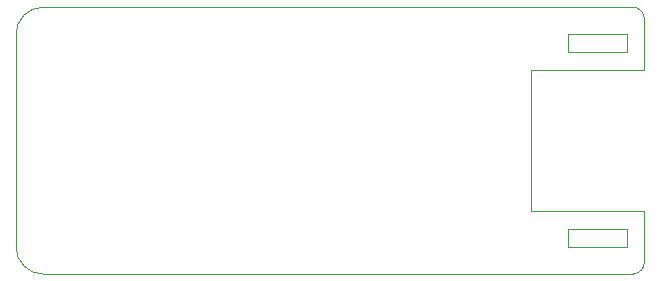
<source format=gm1>
G04 #@! TF.GenerationSoftware,KiCad,Pcbnew,5.1.10-88a1d61d58~88~ubuntu20.04.1*
G04 #@! TF.CreationDate,2021-06-30T14:36:37+02:00*
G04 #@! TF.ProjectId,hadron_board,68616472-6f6e-45f6-926f-6172642e6b69,rev?*
G04 #@! TF.SameCoordinates,Original*
G04 #@! TF.FileFunction,Profile,NP*
%FSLAX46Y46*%
G04 Gerber Fmt 4.6, Leading zero omitted, Abs format (unit mm)*
G04 Created by KiCad (PCBNEW 5.1.10-88a1d61d58~88~ubuntu20.04.1) date 2021-06-30 14:36:37*
%MOMM*%
%LPD*%
G01*
G04 APERTURE LIST*
G04 #@! TA.AperFunction,Profile*
%ADD10C,0.050000*%
G04 #@! TD*
G04 APERTURE END LIST*
D10*
X152400000Y-77200000D02*
X102500000Y-77200000D01*
X153400000Y-78200000D02*
X153400000Y-82500000D01*
X152400000Y-99800000D02*
X102500000Y-99800000D01*
X153400000Y-94500000D02*
X153400000Y-98800000D01*
X152400000Y-77200000D02*
G75*
G02*
X153400000Y-78200000I0J-1000000D01*
G01*
X153400000Y-98800000D02*
G75*
G02*
X152400000Y-99800000I-1000000J0D01*
G01*
X151900000Y-97500000D02*
X151900000Y-96000000D01*
X146900000Y-97500000D02*
X151900000Y-97500000D01*
X146900000Y-96000000D02*
X146900000Y-97500000D01*
X151900000Y-96000000D02*
X146900000Y-96000000D01*
X146900000Y-81000000D02*
X151900000Y-81000000D01*
X146900000Y-79500000D02*
X146900000Y-81000000D01*
X151900000Y-79500000D02*
X146900000Y-79500000D01*
X151900000Y-81000000D02*
X151900000Y-79500000D01*
X143800000Y-94500000D02*
X153400000Y-94500000D01*
X143800000Y-82500000D02*
X153400000Y-82500000D01*
X143800000Y-82500000D02*
X143800000Y-94500000D01*
X100200000Y-97500000D02*
X100200000Y-79500000D01*
X100200000Y-79500000D02*
G75*
G02*
X102500000Y-77200000I2300000J0D01*
G01*
X102500000Y-99800000D02*
G75*
G02*
X100200000Y-97500000I0J2300000D01*
G01*
M02*

</source>
